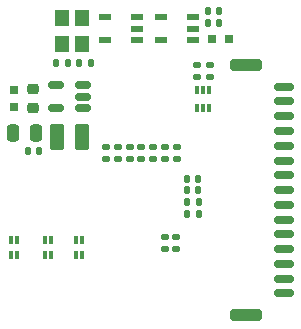
<source format=gbp>
%TF.GenerationSoftware,KiCad,Pcbnew,8.0.0-rc1*%
%TF.CreationDate,2025-03-12T12:31:09+03:00*%
%TF.ProjectId,IMX219_V2.0,494d5832-3139-45f5-9632-2e302e6b6963,rev?*%
%TF.SameCoordinates,Original*%
%TF.FileFunction,Paste,Bot*%
%TF.FilePolarity,Positive*%
%FSLAX46Y46*%
G04 Gerber Fmt 4.6, Leading zero omitted, Abs format (unit mm)*
G04 Created by KiCad (PCBNEW 8.0.0-rc1) date 2025-03-12 12:31:09*
%MOMM*%
%LPD*%
G01*
G04 APERTURE LIST*
G04 Aperture macros list*
%AMRoundRect*
0 Rectangle with rounded corners*
0 $1 Rounding radius*
0 $2 $3 $4 $5 $6 $7 $8 $9 X,Y pos of 4 corners*
0 Add a 4 corners polygon primitive as box body*
4,1,4,$2,$3,$4,$5,$6,$7,$8,$9,$2,$3,0*
0 Add four circle primitives for the rounded corners*
1,1,$1+$1,$2,$3*
1,1,$1+$1,$4,$5*
1,1,$1+$1,$6,$7*
1,1,$1+$1,$8,$9*
0 Add four rect primitives between the rounded corners*
20,1,$1+$1,$2,$3,$4,$5,0*
20,1,$1+$1,$4,$5,$6,$7,0*
20,1,$1+$1,$6,$7,$8,$9,0*
20,1,$1+$1,$8,$9,$2,$3,0*%
G04 Aperture macros list end*
%ADD10R,1.200000X1.400000*%
%ADD11RoundRect,0.140000X-0.170000X0.140000X-0.170000X-0.140000X0.170000X-0.140000X0.170000X0.140000X0*%
%ADD12RoundRect,0.140000X0.140000X0.170000X-0.140000X0.170000X-0.140000X-0.170000X0.140000X-0.170000X0*%
%ADD13R,0.300000X0.700000*%
%ADD14RoundRect,0.250000X0.250000X0.475000X-0.250000X0.475000X-0.250000X-0.475000X0.250000X-0.475000X0*%
%ADD15R,0.340000X0.700000*%
%ADD16R,0.700000X0.750000*%
%ADD17RoundRect,0.135000X0.185000X-0.135000X0.185000X0.135000X-0.185000X0.135000X-0.185000X-0.135000X0*%
%ADD18RoundRect,0.140000X-0.140000X-0.170000X0.140000X-0.170000X0.140000X0.170000X-0.140000X0.170000X0*%
%ADD19RoundRect,0.135000X-0.135000X-0.185000X0.135000X-0.185000X0.135000X0.185000X-0.135000X0.185000X0*%
%ADD20RoundRect,0.135000X-0.185000X0.135000X-0.185000X-0.135000X0.185000X-0.135000X0.185000X0.135000X0*%
%ADD21R,1.050000X0.600000*%
%ADD22RoundRect,0.150000X0.512500X0.150000X-0.512500X0.150000X-0.512500X-0.150000X0.512500X-0.150000X0*%
%ADD23RoundRect,0.140000X0.170000X-0.140000X0.170000X0.140000X-0.170000X0.140000X-0.170000X-0.140000X0*%
%ADD24RoundRect,0.250000X0.375000X0.850000X-0.375000X0.850000X-0.375000X-0.850000X0.375000X-0.850000X0*%
%ADD25RoundRect,0.150000X0.700000X-0.150000X0.700000X0.150000X-0.700000X0.150000X-0.700000X-0.150000X0*%
%ADD26RoundRect,0.250000X1.100000X-0.250000X1.100000X0.250000X-1.100000X0.250000X-1.100000X-0.250000X0*%
%ADD27R,0.750000X0.700000*%
%ADD28RoundRect,0.225000X0.250000X-0.225000X0.250000X0.225000X-0.250000X0.225000X-0.250000X-0.225000X0*%
G04 APERTURE END LIST*
D10*
X171955000Y-69375000D03*
X171955000Y-71575000D03*
X173655000Y-71575000D03*
X173655000Y-69375000D03*
D11*
X175720000Y-80350000D03*
X175720000Y-81310000D03*
D12*
X185310000Y-68840000D03*
X184350000Y-68840000D03*
D13*
X173690000Y-89490000D03*
X173690000Y-88240000D03*
X173140000Y-88240000D03*
X173140000Y-89490000D03*
D14*
X169750000Y-79160000D03*
X167850000Y-79160000D03*
D13*
X171090000Y-89490000D03*
X171090000Y-88240000D03*
X170540000Y-88240000D03*
X170540000Y-89490000D03*
D15*
X183400000Y-75540000D03*
X183900000Y-75540000D03*
X184400000Y-75540000D03*
X184400000Y-77040000D03*
X183900000Y-77040000D03*
X183400000Y-77040000D03*
D16*
X167960000Y-75525000D03*
X167960000Y-76975000D03*
D17*
X180680000Y-81360000D03*
X180680000Y-80340000D03*
D18*
X182570000Y-83020000D03*
X183530000Y-83020000D03*
D12*
X185310000Y-69870000D03*
X184350000Y-69870000D03*
D19*
X173460000Y-73210000D03*
X174480000Y-73210000D03*
D12*
X183530000Y-84000000D03*
X182570000Y-84000000D03*
D20*
X181680000Y-87970000D03*
X181680000Y-88990000D03*
D18*
X169110000Y-80690000D03*
X170070000Y-80690000D03*
D21*
X183095000Y-69370000D03*
X183105000Y-70320000D03*
X183105000Y-71270000D03*
X180415000Y-71270000D03*
X180395000Y-69370000D03*
D22*
X173727500Y-75110000D03*
X173727500Y-76060000D03*
X173727500Y-77010000D03*
X171452500Y-77010000D03*
X171452500Y-75110000D03*
D19*
X182560000Y-84990000D03*
X183580000Y-84990000D03*
D17*
X183400000Y-74420000D03*
X183400000Y-73400000D03*
D23*
X176720000Y-81310000D03*
X176720000Y-80350000D03*
D17*
X181690000Y-81360000D03*
X181690000Y-80340000D03*
D24*
X173725000Y-79520000D03*
X171575000Y-79520000D03*
D25*
X190800000Y-92730000D03*
X190800000Y-91480000D03*
X190800000Y-90230000D03*
X190800000Y-88980000D03*
X190800000Y-87730000D03*
X190800000Y-86480000D03*
X190800000Y-85230000D03*
X190800000Y-83980000D03*
X190800000Y-82730000D03*
X190800000Y-81480000D03*
X190800000Y-80230000D03*
X190800000Y-78980000D03*
D26*
X187600000Y-94580000D03*
D25*
X190800000Y-77730000D03*
D26*
X187600000Y-73380000D03*
D25*
X190800000Y-76480000D03*
X190800000Y-75230000D03*
D21*
X178310000Y-69370000D03*
X178320000Y-70320000D03*
X178320000Y-71270000D03*
X175630000Y-71270000D03*
X175610000Y-69370000D03*
D27*
X186120000Y-71170000D03*
X184670000Y-71170000D03*
D23*
X178690000Y-81310000D03*
X178690000Y-80350000D03*
D20*
X180680000Y-87970000D03*
X180680000Y-88990000D03*
X179680000Y-80330000D03*
X179680000Y-81350000D03*
D13*
X168190000Y-89489997D03*
X168190000Y-88239997D03*
X167640000Y-88239997D03*
X167640000Y-89489997D03*
D11*
X177710000Y-80350000D03*
X177710000Y-81310000D03*
D19*
X182560000Y-85990000D03*
X183580000Y-85990000D03*
D17*
X184480000Y-74420000D03*
X184480000Y-73400000D03*
D28*
X169520000Y-77015000D03*
X169520000Y-75465000D03*
D19*
X171480000Y-73210000D03*
X172500000Y-73210000D03*
M02*

</source>
